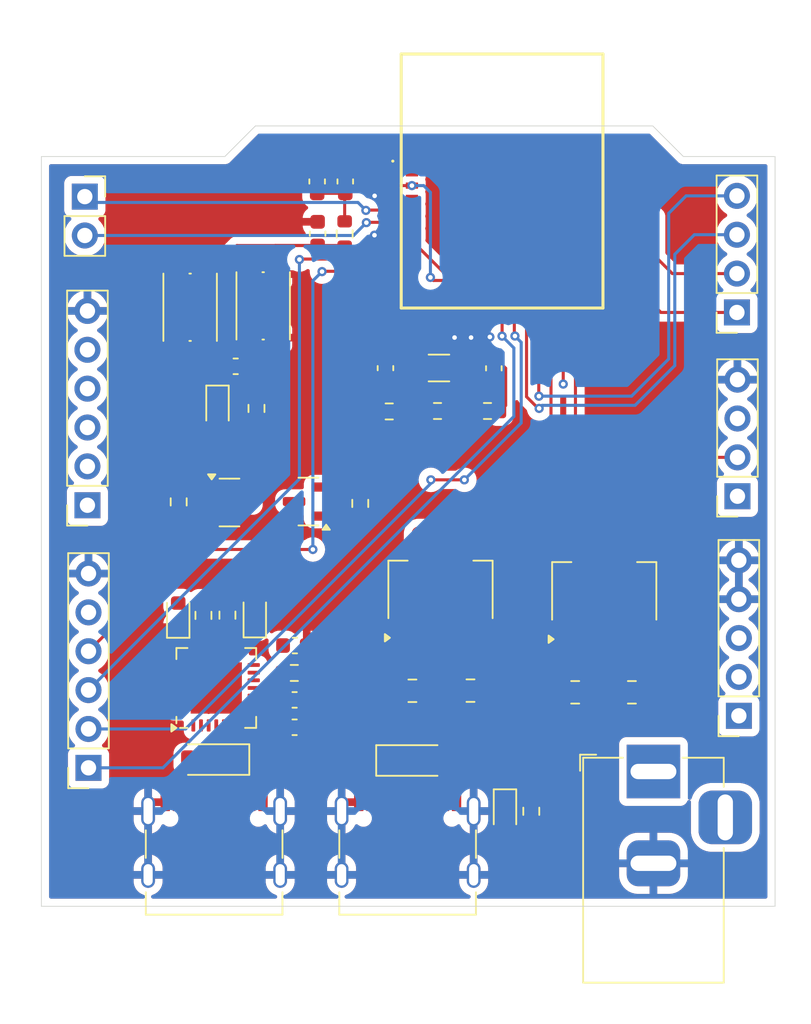
<source format=kicad_pcb>
(kicad_pcb (version 20240108) (generator "pcbnew") (generator_version "8.0")
  (layers (0 "F.Cu" signal) (31 "B.Cu" signal) (34 "B.Paste" user) (35 "F.Paste" user) (36 "B.SilkS" user "B.Silkscreen") (37 "F.SilkS" user "F.Silkscreen") (38 "B.Mask" user) (39 "F.Mask" user) (44 "Edge.Cuts" user))
  (net 0 "")
  (net 1 "+12V")
  (net 2 "GND")
  (net 3 "+5V")
  (net 4 "+3.3V")
  (net 5 "/BOOT")
  (net 6 "/GPIO13")
  (net 7 "/GPIO14")
  (net 8 "+3V3")
  (net 9 "Net-(D1-A)")
  (net 10 "Net-(D2-A)")
  (net 11 "Net-(D3-A)")
  (net 12 "Net-(D4-A)")
  (net 13 "Net-(D5-A)")
  (net 14 "Net-(D6-A)")
  (net 15 "/RX0")
  (net 16 "/GPIO5{slash}ADC1_CH4{slash}SPI2_MOSI")
  (net 18 "/GPIO22{slash}I2C0_SDA")
  (net 19 "/LED_BI")
  (net 21 "/GPIO4{slash}ADC1_CH3{slash}SPI2_CLK")
  (net 22 "/D+")
  (net 24 "/U1TXD")
  (net 25 "/GPIO3{slash}ADC1_CH2")
  (net 26 "/GPIO2{slash}ADC1_CH1")
  (net 28 "/D-")
  (net 29 "/GPIO25")
  (net 31 "/TX0")
  (net 35 "/GPIO12{slash}I2C0_SCL")
  (net 36 "/U1RXD")
  (net 37 "/GPIO0{slash}SPI2_MISO")
  (net 38 "/GPIO1{slash}SPI2_CS0")
  (net 44 "/USB_D+")
  (net 49 "/USB_D-")
  (net 51 "Net-(Q1-B)")
  (net 52 "/RST")
  (net 53 "Net-(Q2-B)")
  (net 54 "/DTR")
  (net 55 "/TX")
  (net 56 "/RX")
  (footprint "Resistor_SMD:R_0603_1608Metric" (layer "F.Cu") (at 159.17 55.9725 -90)
    (property "Reference" "R10" (hide yes))
    (property "Value" "1k")
  )
  (footprint "Crystal:Crystal_SMD_3215-2Pin_3.2x1.5mm" (layer "F.Cu") (at 173.01 39.82)
    (property "Reference" "Y1" (hide yes))
    (property "Value" "32.768KHz")
  )
  (footprint "Package_TO_SOT_SMD:SOT-223-3_TabPin2" (layer "F.Cu") (at 183.8225 54.415 90)
    (property "Reference" "U2" (hide yes))
    (property "Value" "AMS1117-3.3")
  )
  (footprint "Connector_PinSocket_2.54mm:PinSocket_1x06_P2.54mm_Vertical" (layer "F.Cu") (at 150.08 65.95 180)
    (property "Reference" "J7" (hide yes))
    (property "Value" "SPI_pinout")
  )
  (footprint "Button_Switch_SMD:SW_Push_1P1T_NO_Vertical_Wuerth_434133025816" (layer "F.Cu") (at 156.73 35.85 90)
    (property "Reference" "SW2" (hide yes))
    (property "Value" "K2")
  )
  (footprint "Diode_SMD:D_SOD-123" (layer "F.Cu") (at 171.2625 65.47)
    (property "Reference" "D2" (hide yes))
    (property "Value" "D5819")
  )
  (footprint "Resistor_SMD:R_0603_1608Metric" (layer "F.Cu") (at 172.915 42.63)
    (property "Reference" "R2" (hide yes))
    (property "Value" "NA/4.7M")
  )
  (footprint "Capacitor_SMD:C_0603_1608Metric" (layer "F.Cu") (at 163.585 57.96)
    (property "Reference" "C13" (hide yes))
    (property "Value" "100nF")
  )
  (footprint "Capacitor_SMD:C_0603_1608Metric" (layer "F.Cu") (at 159.71 39.71 180)
    (property "Reference" "C10" (hide yes))
    (property "Value" "0.1uF")
  )
  (footprint "Resistor_SMD:R_0603_1608Metric" (layer "F.Cu") (at 161.07 42.4625 90)
    (property "Reference" "R8" (hide yes))
    (property "Value" "1k")
  )
  (footprint "Resistor_SMD:R_0603_1608Metric" (layer "F.Cu") (at 166.84 31.06 -90)
    (property "Reference" "R1" (hide yes))
    (property "Value" "10k")
  )
  (footprint "Package_TO_SOT_SMD:SOT-23" (layer "F.Cu") (at 159.3025 48.61)
    (property "Reference" "Q1" (hide yes))
    (property "Value" "1P")
  )
  (footprint "Package_TO_SOT_SMD:SOT-223-3_TabPin2" (layer "F.Cu") (at 173.11 54.32 90)
    (property "Reference" "U1" (hide yes))
    (property "Value" "AMS1117-5.0")
  )
  (footprint "Capacitor_SMD:C_0603_1608Metric" (layer "F.Cu") (at 169.51 39.83 90)
    (property "Reference" "C8" (hide yes))
    (property "Value" "12pF")
  )
  (footprint "esp32-h2-mini:ESP32H2MINI1N2" (layer "F.Cu") (at 177.14 27.6)
    (property "Reference" "IC1" (hide yes))
    (property "Value" "ESP32-H2-MINI-1-N2" (hide yes))
  )
  (footprint "Resistor_SMD:R_0603_1608Metric" (layer "F.Cu") (at 176.185 42.63 180)
    (property "Reference" "R3" (hide yes))
    (property "Value" "0ohm")
  )
  (footprint "Connector_PinSocket_2.54mm:PinSocket_1x04_P2.54mm_Vertical" (layer "F.Cu") (at 192.505 36.19 180)
    (property "Reference" "J8" (hide yes))
    (property "Value" "UART")
  )
  (footprint "Diode_SMD:D_SOD-123" (layer "F.Cu") (at 158.24 65.41 180)
    (property "Reference" "D1" (hide yes))
    (property "Value" "D5819")
  )
  (footprint "Capacitor_SMD:C_0603_1608Metric" (layer "F.Cu") (at 165.07 31.04 -90)
    (property "Reference" "C7" (hide yes))
    (property "Value" "1uF")
  )
  (footprint "Capacitor_SMD:C_0603_1608Metric" (layer "F.Cu") (at 165.04 27.63 90)
    (property "Reference" "C6" (hide yes))
    (property "Value" "0.1uF")
  )
  (footprint "Capacitor_SMD:C_0603_1608Metric" (layer "F.Cu") (at 163.565 61.51 180)
    (property "Reference" "C11" (hide yes))
    (property "Value" "1uF")
  )
  (footprint "Capacitor_SMD:C_0805_2012Metric" (layer "F.Cu") (at 185.6325 61.015 180)
    (property "Reference" "C3" (hide yes))
    (property "Value" "22uF")
  )
  (footprint "Connector_PinSocket_2.54mm:PinSocket_1x06_P2.54mm_Vertical" (layer "F.Cu") (at 150.01 48.79 180)
    (property "Reference" "J9" (hide yes))
    (property "Value" "Pin_out")
  )
  (footprint "Connector_PinSocket_2.54mm:PinSocket_1x05_P2.54mm_Vertical" (layer "F.Cu") (at 192.63 62.55 180)
    (property "Reference" "J4" (hide yes))
    (property "Value" "Power Pin")
  )
  (footprint "Resistor_SMD:R_0603_1608Metric" (layer "F.Cu") (at 163.545 59.75)
    (property "Reference" "R5" (hide yes))
    (property "Value" "10k")
  )
  (footprint "Package_TO_SOT_SMD:SOT-23" (layer "F.Cu") (at 164.4675 48.55 180)
    (property "Reference" "Q2" (hide yes))
    (property "Value" "SOT23")
  )
  (footprint "LED_SMD:LED_0603_1608Metric" (layer "F.Cu") (at 155.95 55.9675 90)
    (property "Reference" "D4" (hide yes))
    (property "Value" "LED")
  )
  (footprint "Capacitor_SMD:C_0603_1608Metric" (layer "F.Cu") (at 163.565 63.3)
    (property "Reference" "C12" (hide yes))
    (property "Value" "100nF")
  )
  (footprint "Connector_USB:USB_C_Receptacle_Palconn_UTC16-G" (layer "F.Cu") (at 158.3 70.705)
    (property "Reference" "J3" (hide yes))
    (property "Value" "USB_C_2.0")
  )
  (footprint "Capacitor_SMD:C_0805_2012Metric" (layer "F.Cu") (at 175.0725 60.905 180)
    (property "Reference" "C1" (hide yes))
    (property "Value" "10uF")
  )
  (footprint "Capacitor_SMD:C_0603_1608Metric" (layer "F.Cu") (at 176.6 39.84 90)
    (property "Reference" "C9" (hide yes))
    (property "Value" "12pF")
  )
  (footprint "Resistor_SMD:R_0603_1608Metric" (layer "F.Cu") (at 179.05 68.79 90)
    (property "Reference" "R11" (hide yes))
    (property "Value" "1k")
  )
  (footprint "Resistor_SMD:R_0603_1608Metric" (layer "F.Cu") (at 169.755 42.66)
    (property "Reference" "R4" (hide yes))
    (property "Value" "0ohm")
  )
  (footprint "Capacitor_SMD:C_0805_2012Metric" (layer "F.Cu") (at 171.2725 60.915 180)
    (property "Reference" "C2" (hide yes))
    (property "Value" "22uF")
  )
  (footprint "Resistor_SMD:R_0603_1608Metric" (layer "F.Cu") (at 157.6 55.9875 -90)
    (property "Reference" "R9" (hide yes))
    (property "Value" "1k")
  )
  (footprint "Connector_USB:USB_C_Receptacle_Palconn_UTC16-G" (layer "F.Cu") (at 170.96 70.705)
    (property "Reference" "J2" (hide yes))
    (property "Value" "USB_C_2.0")
  )
  (footprint "Package_DFN_QFN:QFN-28-1EP_5x5mm_P0.5mm_EP3.35x3.35mm" (layer "F.Cu") (at 158.44 60.73 90)
    (property "Reference" "U3" (hide yes))
    (property "Value" "CP2102N-QFN28")
  )
  (footprint "Resistor_SMD:R_0603_1608Metric" (layer "F.Cu") (at 155.98 48.57 -90)
    (property "Reference" "R6" (hide yes))
    (property "Value" "10k")
  )
  (footprint "Connector_PinSocket_2.54mm:PinSocket_1x04_P2.54mm_Vertical" (layer "F.Cu") (at 192.54 48.2 180)
    (property "Reference" "J6" (hide yes))
    (property "Value" "I2C_pin")
  )
  (footprint "Capacitor_SMD:C_0805_2012Metric" (layer "F.Cu") (at 181.9225 61.015 180)
    (property "Reference" "C4" (hide yes))
    (property "Value" "22uF")
  )
  (footprint "Connector_PinSocket_2.54mm:PinSocket_1x02_P2.54mm_Vertical" (layer "F.Cu") (at 149.84 28.62)
    (property "Reference" "J5" (hide yes))
    (property "Value" "ADC_pinout")
  )
  (footprint "LED_SMD:LED_0603_1608Metric" (layer "F.Cu") (at 177.33 68.84 -90)
    (property "Reference" "D6" (hide yes))
    (property "Value" "LED")
  )
  (footprint "LED_SMD:LED_0603_1608Metric" (layer "F.Cu") (at 160.96 55.9425 90)
    (property "Reference" "D5" (hide yes))
    (property "Value" "LED")
  )
  (footprint "LED_SMD:LED_0603_1608Metric" (layer "F.Cu") (at 158.52 42.4525 -90)
    (property "Reference" "D3" (hide yes))
    (property "Value" "LED")
  )
  (footprint "Resistor_SMD:R_0603_1608Metric" (layer "F.Cu") (at 167.86 48.67 90)
    (property "Reference" "R7" (hide yes))
    (property "Value" "10k")
  )
  (footprint "Connector_BarrelJack:BarrelJack_Horizontal" (layer "F.Cu") (at 187.0425 66.19 90)
    (property "Reference" "J10" (hide yes))
    (property "Value" "Barrel_Jack_Switch")
  )
  (footprint "Button_Switch_SMD:SW_Push_1P1T_NO_Vertical_Wuerth_434133025816" (layer "F.Cu") (at 161.51 35.76 -90)
    (property "Reference" "SW1" (hide yes))
    (property "Value" "K2")
  )
  (footprint "Capacitor_SMD:C_0603_1608Metric" (layer "F.Cu") (at 166.88 27.63 90)
    (property "Reference" "C5" (hide yes))
    (property "Value" "10uF")
  )
  (gr_line (start 147 75) (end 195 75) (stroke (width 0.05)) (layer "Edge.Cuts"))
  (gr_line (start 195 26) (end 189 26) (stroke (width 0.05)) (layer "Edge.Cuts"))
  (gr_line (start 187 24) (end 161 24) (stroke (width 0.05)) (layer "Edge.Cuts"))
  (gr_line (start 147 26) (end 147 75) (stroke (width 0.05)) (layer "Edge.Cuts"))
  (gr_line (start 159 26) (end 147 26) (stroke (width 0.05)) (layer "Edge.Cuts"))
  (gr_line (start 189 26) (end 187 24) (stroke (width 0.05)) (layer "Edge.Cuts"))
  (gr_line (start 195 75) (end 195 26) (stroke (width 0.05)) (layer "Edge.Cuts"))
  (gr_line (start 161 24) (end 159 26) (stroke (width 0.05)) (layer "Edge.Cuts"))
  (segment (start 165.04 26.855) (end 166.88 26.855) (width 0.2) (layer "F.Cu") (net 2))
  (segment (start 173.94 35.2) (end 173.94 37.74) (width 0.2) (layer "F.Cu") (net 2))
  (segment (start 173.94 37.74) (end 174.03 37.83) (width 0.2) (layer "F.Cu") (net 2))
  (via (at 176.34 37.79) (size 0.6) (drill 0.3) (layers "F.Cu" "B.Cu") (net 2))
  (via (at 168.8 28.57) (size 0.6) (drill 0.3) (layers "F.Cu" "B.Cu") (net 2))
  (via (at 174.03 37.83) (size 0.6) (drill 0.3) (layers "F.Cu" "B.Cu") (net 2))
  (via (at 175.11 37.83) (size 0.6) (drill 0.3) (layers "F.Cu" "B.Cu") (net 2))
  (via (at 168.79 31.14) (size 0.6) (drill 0.3) (layers "F.Cu" "B.Cu") (net 2))
  (segment (start 160.71 62.98) (end 160.71 64.81) (width 0.525491) (layer "F.Cu") (net 3))
  (segment (start 160.89 62.8) (end 160.51 63.18) (width 0.2) (layer "F.Cu") (net 3))
  (segment (start 160.51 63.18) (end 159.94 63.18) (width 0.2) (layer "F.Cu") (net 3))
  (segment (start 160.247746 65.272254) (end 160.027746 65.272254) (width 0.525491) (layer "F.Cu") (net 3))
  (segment (start 160.89 62.23) (end 160.89 62.8) (width 0.2) (layer "F.Cu") (net 3))
  (segment (start 160.71 64.81) (end 160.247746 65.272254) (width 0.525491) (layer "F.Cu") (net 3))
  (segment (start 166.84 30.235) (end 166.84 28.445) (width 0.2) (layer "F.Cu") (net 4))
  (segment (start 165.04 28.405) (end 166.88 28.405) (width 0.2) (layer "F.Cu") (net 4))
  (segment (start 166.84 28.445) (end 166.88 28.405) (width 0.2) (layer "F.Cu") (net 4))
  (segment (start 174.24 34.1) (end 172.65 34.1) (width 0.2) (layer "F.Cu") (net 4))
  (segment (start 167.385 27.9) (end 171.24 27.9) (width 0.2) (layer "F.Cu") (net 4))
  (segment (start 174.74 35.2) (end 174.74 34.6) (width 0.2) (layer "F.Cu") (net 4))
  (segment (start 174.74 34.6) (end 174.24 34.1) (width 0.2) (layer "F.Cu") (net 4))
  (segment (start 166.88 28.405) (end 167.385 27.9) (width 0.2) (layer "F.Cu") (net 4))
  (segment (start 172.65 34.1) (end 172.45 33.9) (width 0.2) (layer "F.Cu") (net 4))
  (via (at 172.45 33.9) (size 0.6) (drill 0.3) (layers "F.Cu" "B.Cu") (net 4))
  (via (at 171.24 27.9) (size 0.6) (drill 0.3) (layers "F.Cu" "B.Cu") (net 4))
  (segment (start 172.45 28.34) (end 172.01 27.9) (width 0.2) (layer "B.Cu") (net 4))
  (segment (start 172.01 27.9) (end 171.24 27.9) (width 0.2) (layer "B.Cu") (net 4))
  (segment (start 172.45 33.9) (end 172.45 28.34) (width 0.2) (layer "B.Cu") (net 4))
  (segment (start 157.805 37.925) (end 157.805 33.8) (width 0.2) (layer "F.Cu") (net 5))
  (segment (start 180.24 33.7) (end 173.44 33.7) (width 0.2) (layer "F.Cu") (net 5))
  (segment (start 160.435 37.81) (end 160.435 33.685) (width 0.2) (layer "F.Cu") (net 5))
  (segment (start 160.485 39.71) (end 160.5 39.695) (width 0.2) (layer "F.Cu") (net 5))
  (segment (start 181.14 35.2) (end 181.14 34.6) (width 0.2) (layer "F.Cu") (net 5))
  (segment (start 159.79 31.815) (end 157.805 33.8) (width 0.2) (layer "F.Cu") (net 5))
  (segment (start 181.14 34.6) (end 180.24 33.7) (width 0.2) (layer "F.Cu") (net 5))
  (segment (start 166.77 31.815) (end 166.84 31.885) (width 0.2) (layer "F.Cu") (net 5))
  (segment (start 165.07 31.815) (end 166.77 31.815) (width 0.2) (layer "F.Cu") (net 5))
  (segment (start 171.24 31.9) (end 166.855 31.9) (width 0.2) (layer "F.Cu") (net 5))
  (segment (start 166.855 31.9) (end 166.84 31.885) (width 0.2) (layer "F.Cu") (net 5))
  (segment (start 160.5 37.875) (end 160.435 37.81) (width 0.2) (layer "F.Cu") (net 5))
  (segment (start 162.305 31.815) (end 160.435 33.685) (width 0.2) (layer "F.Cu") (net 5))
  (segment (start 171.64 31.9) (end 171.24 31.9) (width 0.2) (layer "F.Cu") (net 5))
  (segment (start 165.07 31.815) (end 159.79 31.815) (width 0.2) (layer "F.Cu") (net 5))
  (segment (start 181.14 35.2) (end 181.14 40.87) (width 0.2) (layer "F.Cu") (net 5))
  (segment (start 165.07 31.815) (end 162.305 31.815) (width 0.2) (layer "F.Cu") (net 5))
  (segment (start 173.44 33.7) (end 171.64 31.9) (width 0.2) (layer "F.Cu") (net 5))
  (segment (start 160.5 39.695) (end 160.5 37.875) (width 0.2) (layer "F.Cu") (net 5))
  (via (at 181.14 40.87) (size 0.6) (drill 0.3) (layers "F.Cu" "B.Cu") (net 5))
  (segment (start 172.33 35.21) (end 172.33 39.64) (width 0.2) (layer "F.Cu") (net 6))
  (segment (start 168.735 42.465) (end 168.735 39.83) (width 0.2) (layer "F.Cu") (net 6))
  (segment (start 168.735 39.83) (end 169.51 39.055) (width 0.2) (layer "F.Cu") (net 6))
  (segment (start 168.93 42.66) (end 168.735 42.465) (width 0.2) (layer "F.Cu") (net 6))
  (segment (start 170.58 41) (end 171.76 39.82) (width 0.2) (layer "F.Cu") (net 6))
  (segment (start 172.09 42.63) (end 172.09 40.15) (width 0.2) (layer "F.Cu") (net 6))
  (segment (start 170.995 39.055) (end 171.76 39.82) (width 0.2) (layer "F.Cu") (net 6))
  (segment (start 172.09 40.15) (end 171.76 39.82) (width 0.2) (layer "F.Cu") (net 6))
  (segment (start 170.58 42.66) (end 170.58 41) (width 0.2) (layer "F.Cu") (net 6))
  (segment (start 172.34 35.2) (end 172.33 35.21) (width 0.2) (layer "F.Cu") (net 6))
  (segment (start 172.33 39.64) (end 172.15 39.82) (width 0.2) (layer "F.Cu") (net 6))
  (segment (start 172.15 39.82) (end 171.76 39.82) (width 0.2) (layer "F.Cu") (net 6))
  (segment (start 169.51 39.055) (end 170.995 39.055) (width 0.2) (layer "F.Cu") (net 6))
  (segment (start 174.26 39.82) (end 175.845 39.82) (width 0.2) (layer "F.Cu") (net 7))
  (segment (start 173.14 39.3) (end 173.66 39.82) (width 0.2) (layer "F.Cu") (net 7))
  (segment (start 175.36 42.63) (end 175.36 40.92) (width 0.2) (layer "F.Cu") (net 7))
  (segment (start 175.845 39.82) (end 176.6 39.065) (width 0.2) (layer "F.Cu") (net 7))
  (segment (start 173.14 35.2) (end 173.14 39.3) (width 0.2) (layer "F.Cu") (net 7))
  (segment (start 173.74 40.34) (end 174.26 39.82) (width 0.2) (layer "F.Cu") (net 7))
  (segment (start 177.375 42.265) (end 177.01 42.63) (width 0.2) (layer "F.Cu") (net 7))
  (segment (start 176.6 39.065) (end 177.375 39.84) (width 0.2) (layer "F.Cu") (net 7))
  (segment (start 177.375 39.84) (end 177.375 42.265) (width 0.2) (layer "F.Cu") (net 7))
  (segment (start 173.74 42.63) (end 173.74 40.34) (width 0.2) (layer "F.Cu") (net 7))
  (segment (start 173.66 39.82) (end 174.26 39.82) (width 0.2) (layer "F.Cu") (net 7))
  (segment (start 175.36 40.92) (end 174.26 39.82) (width 0.2) (layer "F.Cu") (net 7))
  (segment (start 160.7 68.195) (end 160.7 67.415) (width 0.2) (layer "F.Cu") (net 9))
  (segment (start 155.9 67.59) (end 156.59 66.9) (width 0.2) (layer "F.Cu") (net 9))
  (segment (start 156.1 69.075) (end 156.1 68.395) (width 0.2) (layer "F.Cu") (net 9))
  (segment (start 160.5 69.075) (end 159.705 69.87) (width 0.2) (layer "F.Cu") (net 9))
  (segment (start 156.59 66.9) (end 156.59 65.41) (width 0.2) (layer "F.Cu") (net 9))
  (segment (start 156.895 69.87) (end 156.1 69.075) (width 0.2) (layer "F.Cu") (net 9))
  (segment (start 160.7 68.195) (end 160.5 68.395) (width 0.2) (layer "F.Cu") (net 9))
  (segment (start 160.5 68.395) (end 160.5 69.075) (width 0.2) (layer "F.Cu") (net 9))
  (segment (start 155.9 68.195) (end 155.9 67.59) (width 0.2) (layer "F.Cu") (net 9))
  (segment (start 156.1 68.395) (end 155.9 68.195) (width 0.2) (layer "F.Cu") (net 9))
  (segment (start 159.705 69.87) (end 156.895 69.87) (width 0.2) (layer "F.Cu") (net 9))
  (segment (start 186.78 29.5) (end 187.22 29.94) (width 0.2) (layer "F.Cu") (net 15))
  (segment (start 183.04 29.5) (end 186.78 29.5) (width 0.2) (layer "F.Cu") (net 15))
  (segment (start 187.22 32.59) (end 188.28 33.65) (width 0.2) (layer "F.Cu") (net 15))
  (segment (start 187.22 29.94) (end 187.22 32.59) (width 0.2) (layer "F.Cu") (net 15))
  (segment (start 188.28 33.65) (end 192.505 33.65) (width 0.2) (layer "F.Cu") (net 15))
  (segment (start 177.94 37.690024) (end 177.979988 37.730012) (width 0.2) (layer "F.Cu") (net 16))
  (segment (start 177.94 35.2) (end 177.94 37.690024) (width 0.2) (layer "F.Cu") (net 16))
  (segment (start 172.48 47.13) (end 174.67 47.13) (width 0.2) (layer "F.Cu") (net 16))
  (via (at 177.979988 37.730012) (size 0.6) (drill 0.3) (layers "F.Cu" "B.Cu") (net 16))
  (via (at 174.67 47.13) (size 0.6) (drill 0.3) (layers "F.Cu" "B.Cu") (net 16))
  (via (at 172.48 47.13) (size 0.6) (drill 0.3) (layers "F.Cu" "B.Cu") (net 16))
  (segment (start 178.39 38.140025) (end 177.979988 37.730012) (width 0.2) (layer "B.Cu") (net 16))
  (segment (start 156.43 63.41) (end 150.08 63.41) (width 0.2) (layer "B.Cu") (net 16))
  (segment (start 178.39 43.41) (end 178.39 38.140025) (width 0.2) (layer "B.Cu") (net 16))
  (segment (start 172.48 47.13) (end 172.48 47.36) (width 0.2) (layer "B.Cu") (net 16))
  (segment (start 174.67 47.13) (end 178.39 43.41) (width 0.2) (layer "B.Cu") (net 16))
  (segment (start 172.48 47.36) (end 156.43 63.41) (width 0.2) (layer "B.Cu") (net 16))
  (segment (start 181.94 35.2) (end 181.94 44.65) (width 0.2) (layer "F.Cu") (net 18))
  (segment (start 182.95 45.66) (end 192.54 45.66) (width 0.2) (layer "F.Cu") (net 18))
  (segment (start 181.94 44.65) (end 182.95 45.66) (width 0.2) (layer "F.Cu") (net 18))
  (segment (start 179.1 67.915) (end 179.05 67.965) (width 0.2) (layer "F.Cu") (net 19))
  (segment (start 180.34 35.2) (end 180.34 48.61) (width 0.2) (layer "F.Cu") (net 19))
  (segment (start 179.1 49.85) (end 179.1 67.915) (width 0.2) (layer "F.Cu") (net 19))
  (segment (start 180.34 48.61) (end 179.1 49.85) (width 0.2) (layer "F.Cu") (net 19))
  (segment (start 177.14 37.735016) (end 177.138231 37.736785) (width 0.2) (layer "F.Cu") (net 21))
  (segment (start 177.14 35.2) (end 177.14 37.735016) (width 0.2) (layer "F.Cu") (net 21))
  (via (at 177.138231 37.736785) (size 0.6) (drill 0.3) (layers "F.Cu" "B.Cu") (net 21))
  (segment (start 154.95 65.95) (end 150.08 65.95) (width 0.2) (layer "B.Cu") (net 21))
  (segment (start 177.138231 37.736785) (end 177.91 38.508554) (width 0.2) (layer "B.Cu") (net 21))
  (segment (start 177.91 38.508554) (end 177.91 42.99) (width 0.2) (layer "B.Cu") (net 21))
  (segment (start 177.91 42.99) (end 154.95 65.95) (width 0.2) (layer "B.Cu") (net 21))
  (segment (start 178.74 41.698529) (end 178.74 35.2) (width 0.2) (layer "F.Cu") (net 24))
  (segment (start 179.501362 42.459891) (end 178.74 41.698529) (width 0.2) (layer "F.Cu") (net 24))
  (segment (start 179.563331 42.459891) (end 179.501362 42.459891) (width 0.2) (layer "F.Cu") (net 24))
  (via (at 179.563331 42.459891) (size 0.6) (drill 0.3) (layers "F.Cu" "B.Cu") (net 24))
  (segment (start 179.763222 42.26) (end 185.84 42.26) (width 0.2) (layer "B.Cu") (net 24))
  (segment (start 188.44 39.66) (end 188.44 32.39) (width 0.2) (layer "B.Cu") (net 24))
  (segment (start 188.44 32.39) (end 189.72 31.11) (width 0.2) (layer "B.Cu") (net 24))
  (segment (start 185.84 42.26) (end 188.44 39.66) (width 0.2) (layer "B.Cu") (net 24))
  (segment (start 179.563331 42.459891) (end 179.763222 42.26) (width 0.2) (layer "B.Cu") (net 24))
  (segment (start 189.72 31.11) (end 192.505 31.11) (width 0.2) (layer "B.Cu") (net 24))
  (segment (start 171.24 30.3) (end 168.280541 30.3) (width 0.2) (layer "F.Cu") (net 25))
  (segment (start 168.280541 30.3) (end 168.261145 30.319396) (width 0.2) (layer "F.Cu") (net 25))
  (via (at 168.261145 30.319396) (size 0.6) (drill 0.3) (layers "F.Cu" "B.Cu") (net 25))
  (segment (start 167.420541 31.16) (end 149.84 31.16) (width 0.2) (layer "B.Cu") (net 25))
  (segment (start 168.261145 30.319396) (end 167.420541 31.16) (width 0.2) (layer "B.Cu") (net 25))
  (segment (start 171.24 29.5) (end 168.25 29.5) (width 0.2) (layer "F.Cu") (net 26))
  (segment (start 168.25 29.5) (end 168.23 29.52) (width 0.2) (layer "F.Cu") (net 26))
  (via (at 168.23 29.52) (size 0.6) (drill 0.3) (layers "F.Cu" "B.Cu") (net 26))
  (segment (start 150.22 29) (end 149.84 28.62) (width 0.2) (layer "B.Cu") (net 26))
  (segment (start 168.23 29.52) (end 167.71 29) (width 0.2) (layer "B.Cu") (net 26))
  (segment (start 167.71 29) (end 150.22 29) (width 0.2) (layer "B.Cu") (net 26))
  (segment (start 183.04 30.3) (end 185.93 30.3) (width 0.2) (layer "F.Cu") (net 31))
  (segment (start 186.51 30.88) (end 186.51 35.17) (width 0.2) (layer "F.Cu") (net 31))
  (segment (start 186.51 35.17) (end 187.53 36.19) (width 0.2) (layer "F.Cu") (net 31))
  (segment (start 187.53 36.19) (end 192.505 36.19) (width 0.2) (layer "F.Cu") (net 31))
  (segment (start 185.93 30.3) (end 186.51 30.88) (width 0.2) (layer "F.Cu") (net 31))
  (segment (start 179.54 35.2) (end 179.54 41.65) (width 0.2) (layer "F.Cu") (net 36))
  (segment (start 179.54 41.65) (end 179.55 41.66) (width 0.2) (layer "F.Cu") (net 36))
  (via (at 179.55 41.66) (size 0.6) (drill 0.3) (layers "F.Cu" "B.Cu") (net 36))
  (segment (start 185.61 41.66) (end 188.04 39.23) (width 0.2) (layer "B.Cu") (net 36))
  (segment (start 188.04 29.71) (end 189.18 28.57) (width 0.2) (layer "B.Cu") (net 36))
  (segment (start 179.55 41.66) (end 185.61 41.66) (width 0.2) (layer "B.Cu") (net 36))
  (segment (start 189.18 28.57) (end 192.505 28.57) (width 0.2) (layer "B.Cu") (net 36))
  (segment (start 188.04 39.23) (end 188.04 29.71) (width 0.2) (layer "B.Cu") (net 36))
  (segment (start 163.91 32.7) (end 163.88 32.73) (width 0.2) (layer "F.Cu") (net 37))
  (segment (start 171.24 32.7) (end 163.91 32.7) (width 0.2) (layer "F.Cu") (net 37))
  (via (at 163.88 32.73) (size 0.6) (drill 0.3) (layers "F.Cu" "B.Cu") (net 37))
  (segment (start 163.88 47.07) (end 150.08 60.87) (width 0.2) (layer "B.Cu") (net 37))
  (segment (start 163.88 32.73) (end 163.88 47.07) (width 0.2) (layer "B.Cu") (net 37))
  (segment (start 164.76 51.68) (end 156.73 51.68) (width 0.2) (layer "F.Cu") (net 38))
  (segment (start 156.73 51.68) (end 150.08 58.33) (width 0.2) (layer "F.Cu") (net 38))
  (segment (start 171.24 33.5) (end 165.38 33.5) (width 0.2) (layer "F.Cu") (net 38))
  (segment (start 165.38 33.5) (end 165.36 33.52) (width 0.2) (layer "F.Cu") (net 38))
  (via (at 164.76 51.68) (size 0.6) (drill 0.3) (layers "F.Cu" "B.Cu") (net 38))
  (via (at 165.36 33.52) (size 0.6) (drill 0.3) (layers "F.Cu" "B.Cu") (net 38))
  (segment (start 165.36 33.52) (end 164.76 34.12) (width 0.2) (layer "B.Cu") (net 38))
  (segment (start 164.76 34.12) (end 164.76 51.68) (width 0.2) (layer "B.Cu") (net 38))
  (segment (start 158.44 63.18) (end 158.44 66.689315) (width 0.2) (layer "F.Cu") (net 44))
  (segment (start 158.05 67.079315) (end 158.05 68.195) (width 0.2) (layer "F.Cu") (net 44))
  (segment (start 158.44 66.689315) (end 158.05 67.079315) (width 0.2) (layer "F.Cu") (net 44))
  (segment (start 158.94 63.18) (end 158.94 66.975) (width 0.2) (layer "F.Cu") (net 49))
  (segment (start 157.55 68.195) (end 157.55 67.59) (width 0.2) (layer "F.Cu") (net 49))
  (segment (start 158.94 66.975) (end 158.55 67.365) (width 0.2) (layer "F.Cu") (net 49))
  (segment (start 157.55 67.365) (end 157.55 67.59) (width 0.2) (layer "F.Cu") (net 49))
  (segment (start 158.55 68.195) (end 158.55 67.365) (width 0.2) (layer "F.Cu") (net 49))
  (zone (net 2) (net_name "GND") (layers "F&B.Cu") (connect_pads (clearance 0.5)) (min_thickness 0.25) (fill yes (thermal_gap 0.5) (thermal_bridge_width 0.5))
    (polygon (pts (xy 145.75 23.77) (xy 158.16 23.77) (xy 160.29 21.63) (xy 167.76 21.63) (xy 168.29 15.77) (xy 186.57 16.17) (xy 186.83 22.03) (xy 189.5 23.24) (xy 197.37 24.7) (xy 197.24 76.19) (xy 193.64 76.32) (xy 193.37 82.72) (xy 144.29 82.19) (xy 145.83 23.73)))
  )
)
</source>
